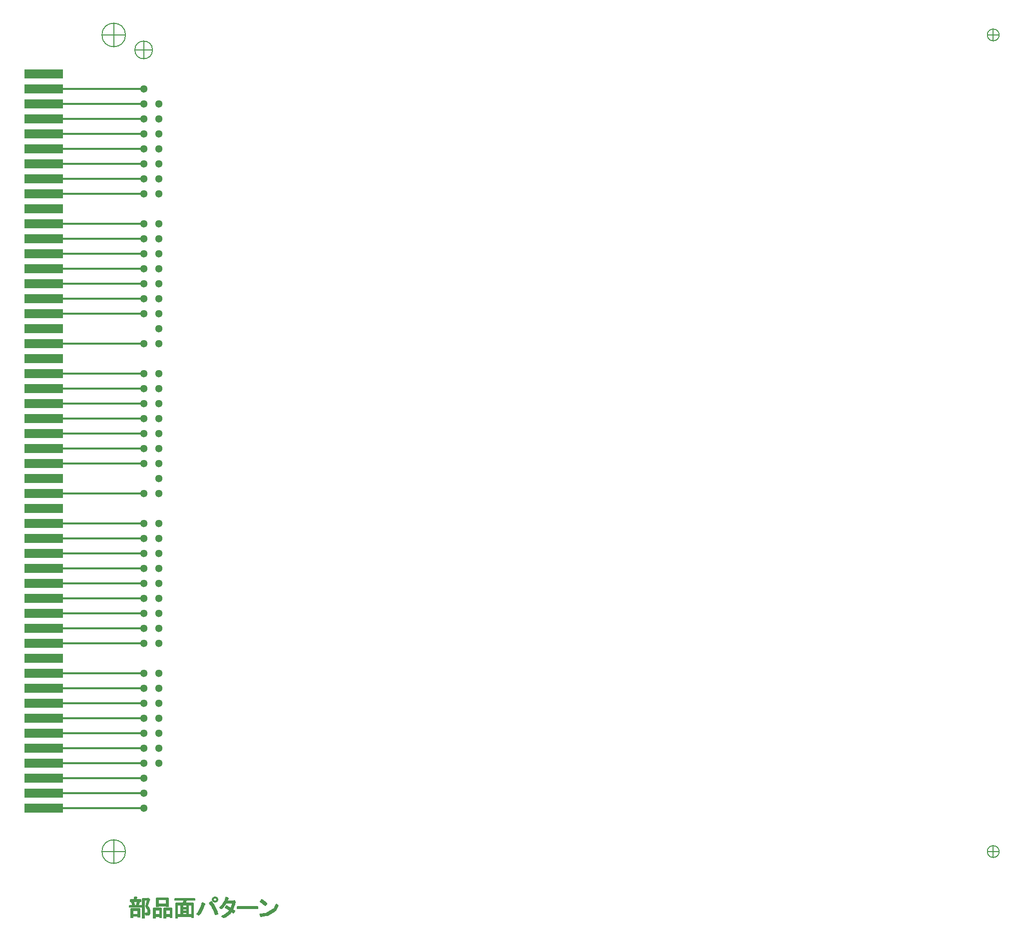
<source format=gbr>
G04 WinPCB Gerber Out *
G70*
G90*
G04 CSI RS-274X *
G04 Date: 2019/03/05 *
G04 Time: 11:11:36 *
%FSDAX66Y66*%
%MOIN*%
%IPPOS*%
%ADD10C,0.005906*%
%ADD11C,0.007874*%
%ADD12C,0.011811*%
%ADD13R,0.061024X0.061024*%
%ADD14C,0.051181*%
%C:\Users\user_EDA1\Documents\PC-98_C-BUS_Board\6.vgîÂ\01\1-1iÊzüw-L1.gbr*%
G01X000000000000Y000000000000D02*
G54D10*
X000000811850Y-000000210551D02*
X000000821653D01*
D02*
X000000825905D01*
D02*
X000000829330Y-000000203464D01*
D02*
X000000828503Y-000000196378D01*
D02*
X000000827204Y-000000187755D01*
D02*
X000000819527Y-000000172755D01*
D02*
X000000813031Y-000000166259D01*
D02*
X000000824133Y-000000125039D01*
D02*
X000000803818D01*
D02*
Y-000000244330D01*
D02*
X000000791535D01*
D02*
Y-000000113346D01*
D02*
X000000827795D01*
D02*
X000000829094Y-000000111574D01*
D02*
X000000840196Y-000000120787D01*
D02*
X000000837716Y-000000122559D01*
D02*
X000000824133Y-000000163779D01*
D02*
X000000833346Y-000000173937D01*
D02*
X000000842204Y-000000192126D01*
D02*
X000000841968Y-000000200039D01*
D02*
X000000841614Y-000000212086D01*
D02*
X000000833346Y-000000224015D01*
D02*
X000000825433D01*
D02*
X000000814330D01*
D02*
X000000811850Y-000000210551D01*
X000000773700Y-000000181614D02*
Y-000000237598D01*
D02*
X000000761417D01*
D02*
Y-000000230866D01*
D02*
X000000727637D01*
D02*
Y-000000240669D01*
D02*
X000000715354D01*
D02*
Y-000000181614D01*
D02*
X000000773700D01*
X000000727637Y-000000219173D02*
X000000761417D01*
D02*
Y-000000193307D01*
D02*
X000000727637D01*
D02*
Y-000000219173D01*
X000000751614Y-000000102952D02*
X000000754684Y-000000103543D01*
D02*
X000000754921Y-000000106023D01*
D02*
X000000752204Y-000000107795D01*
D02*
Y-000000121378D01*
D02*
X000000781141D01*
D02*
Y-000000133070D01*
D02*
X000000772519D01*
D02*
X000000763897Y-000000158818D01*
D02*
X000000787283D01*
D02*
Y-000000170511D01*
D02*
X000000702952D01*
D02*
Y-000000158818D01*
D02*
X000000726338D01*
D02*
X000000719015Y-000000133070D01*
D02*
X000000710984D01*
D02*
Y-000000121378D01*
D02*
X000000738031D01*
D02*
Y-000000102952D01*
D02*
X000000751614D01*
X000000733189Y-000000133070D02*
X000000739330Y-000000158818D01*
D02*
X000000751023D01*
D02*
X000000758346Y-000000133070D01*
D02*
X000000733189D01*
X000000898425Y-000000162598D02*
Y-000000166850D01*
D02*
X000000886141D01*
D02*
Y-000000109685D01*
D02*
X000000964921D01*
D02*
Y-000000165669D01*
D02*
X000000952637D01*
D02*
Y-000000162598D01*
D02*
X000000898425D01*
X000000952637Y-000000150905D02*
Y-000000121378D01*
D02*
X000000898425D01*
D02*
Y-000000150905D01*
D02*
X000000952637D01*
X000000947086Y-000000232047D02*
Y-000000243149D01*
D02*
X000000934803D01*
D02*
Y-000000177952D01*
D02*
X000000988897D01*
D02*
Y-000000241259D01*
D02*
X000000976614D01*
D02*
Y-000000232047D01*
D02*
X000000947086D01*
Y-000000220354D02*
X000000976614D01*
D02*
Y-000000189645D01*
D02*
X000000947086D01*
D02*
Y-000000220354D01*
X000000876929D02*
X000000906456D01*
D02*
Y-000000189645D01*
D02*
X000000876929D01*
D02*
Y-000000220354D01*
Y-000000232047D02*
Y-000000243149D01*
D02*
X000000864645D01*
D02*
Y-000000177952D01*
D02*
X000000918740D01*
D02*
Y-000000241259D01*
D02*
X000000906456D01*
D02*
Y-000000232047D01*
D02*
X000000876929D01*
X000001120236Y-000000239488D02*
Y-000000233346D01*
D02*
X000001026102D01*
D02*
Y-000000241850D01*
D02*
X000001013818D01*
D02*
Y-000000144763D01*
D02*
X000001064252D01*
D02*
X000001069212Y-000000124448D01*
D02*
X000001006378D01*
D02*
Y-000000112755D01*
D02*
X000001139842D01*
D02*
Y-000000124448D01*
D02*
X000001083267D01*
D02*
X000001076535Y-000000144763D01*
D02*
X000001132519D01*
D02*
Y-000000239488D01*
D02*
X000001120236D01*
X000001047598Y-000000156456D02*
X000001026102D01*
D02*
Y-000000221653D01*
D02*
X000001047598D01*
D02*
Y-000000156456D01*
X000001086338Y-000000206181D02*
X000001059881D01*
D02*
Y-000000221653D01*
D02*
X000001086338D01*
D02*
Y-000000206181D01*
Y-000000182204D02*
X000001059881D01*
D02*
Y-000000196378D01*
D02*
X000001086338D01*
D02*
Y-000000182204D01*
X000001059881Y-000000156456D02*
Y-000000172401D01*
D02*
X000001086338D01*
D02*
Y-000000156456D01*
D02*
X000001059881D01*
X000001098622D02*
Y-000000221653D01*
D02*
X000001120236D01*
D02*
Y-000000156456D01*
D02*
X000001098622D01*
X000001276023Y-000000137322D02*
X000001272362D01*
D02*
X000001266220Y-000000134960D01*
D02*
X000001263740Y-000000132480D01*
D02*
X000001261259Y-000000130000D01*
D02*
X000001258897Y-000000123858D01*
D02*
Y-000000120078D01*
D02*
Y-000000116417D01*
D02*
X000001261259Y-000000110275D01*
D02*
X000001263740Y-000000107795D01*
D02*
X000001266220Y-000000105433D01*
D02*
X000001272362Y-000000102952D01*
D02*
X000001276023D01*
D02*
X000001279685D01*
D02*
X000001285944Y-000000105433D01*
D02*
X000001288425Y-000000107795D01*
D02*
X000001290787Y-000000110275D01*
D02*
X000001293267Y-000000116417D01*
D02*
Y-000000120078D01*
D02*
Y-000000123858D01*
D02*
X000001290787Y-000000130000D01*
D02*
X000001288425Y-000000132480D01*
D02*
X000001285944Y-000000134960D01*
D02*
X000001279685Y-000000137322D01*
D02*
X000001276023D01*
Y-000000131181D02*
X000001278503D01*
D02*
X000001282519Y-000000129645D01*
D02*
X000001284055Y-000000128110D01*
D02*
X000001285590Y-000000126574D01*
D02*
X000001287126Y-000000122559D01*
D02*
Y-000000120078D01*
D02*
Y-000000117716D01*
D02*
X000001285590Y-000000113700D01*
D02*
X000001284055Y-000000112165D01*
D02*
X000001282519Y-000000110629D01*
D02*
X000001278503Y-000000109094D01*
D02*
X000001276023D01*
D02*
X000001273543D01*
D02*
X000001269645Y-000000110629D01*
D02*
X000001268110Y-000000112165D01*
D02*
X000001266574Y-000000113700D01*
D02*
X000001265039Y-000000117716D01*
D02*
Y-000000120078D01*
D02*
Y-000000122559D01*
D02*
X000001266574Y-000000126574D01*
D02*
X000001268110Y-000000128110D01*
D02*
X000001269645Y-000000129645D01*
D02*
X000001273543Y-000000131181D01*
D02*
X000001276023D01*
X000001251456Y-000000134252D02*
X000001266811Y-000000153622D01*
D02*
X000001288661Y-000000194606D01*
D02*
X000001295157Y-000000216102D01*
D02*
X000001278503Y-000000221653D01*
D02*
X000001270826Y-000000197322D01*
D02*
X000001250866Y-000000158582D01*
D02*
X000001238582Y-000000144173D01*
D02*
X000001251456Y-000000134252D01*
X000001204685Y-000000148425D02*
X000001207165Y-000000149960D01*
D02*
X000001206574Y-000000152795D01*
D02*
X000001203503Y-000000153976D01*
D02*
X000001197952Y-000000173346D01*
D02*
X000001180118Y-000000208779D01*
D02*
X000001167834Y-000000224724D01*
D02*
X000001153661Y-000000215511D01*
D02*
X000001167126Y-000000199212D01*
D02*
X000001185315Y-000000162362D01*
D02*
X000001189921Y-000000141692D01*
D02*
X000001204685Y-000000148425D01*
X000001361299Y-000000115826D02*
X000001360000Y-000000119488D01*
D02*
X000001356929Y-000000126574D01*
D02*
X000001355157Y-000000130000D01*
D02*
X000001396378D01*
D02*
X000001403110Y-000000127519D01*
D02*
X000001411141Y-000000135551D01*
D02*
X000001412322Y-000000137086D01*
D02*
X000001411023Y-000000139566D01*
D02*
X000001408661Y-000000140393D01*
D02*
X000001406181Y-000000152795D01*
D02*
X000001398740Y-000000175236D01*
D02*
X000001393897Y-000000185275D01*
D02*
X000001408661Y-000000195196D01*
D02*
X000001399448Y-000000208661D01*
D02*
X000001385866Y-000000198858D01*
D02*
X000001376889Y-000000211850D01*
D02*
X000001351378Y-000000232992D01*
D02*
X000001334842Y-000000241259D01*
D02*
X000001320669Y-000000230866D01*
D02*
X000001339094Y-000000223189D01*
D02*
X000001365551Y-000000202874D01*
D02*
X000001373582Y-000000190236D01*
D02*
X000001365905Y-000000185393D01*
D02*
X000001350787Y-000000176417D01*
D02*
X000001343464Y-000000172401D01*
D02*
X000001350787Y-000000161299D01*
D02*
X000001360354Y-000000165669D01*
D02*
X000001376063Y-000000173700D01*
D02*
X000001382204Y-000000177362D01*
D02*
X000001386811Y-000000167795D01*
D02*
X000001392362Y-000000150905D01*
D02*
X000001393307Y-000000143464D01*
D02*
X000001348307D01*
D02*
X000001342519Y-000000153976D01*
D02*
X000001328110Y-000000172992D01*
D02*
X000001319488Y-000000181614D01*
D02*
X000001307795Y-000000173582D01*
D02*
X000001323385Y-000000157283D01*
D02*
X000001344055Y-000000122913D01*
D02*
X000001349015Y-000000104724D01*
D02*
X000001363779Y-000000110866D01*
D02*
X000001366141Y-000000112165D01*
D02*
X000001364960Y-000000114645D01*
D02*
X000001361299Y-000000115826D01*
X000001425551Y-000000166259D02*
X000001562677D01*
D02*
Y-000000179842D01*
D02*
X000001425551D01*
D02*
Y-000000166259D01*
X000001696496Y-000000158818D02*
X000001680196Y-000000192716D01*
D02*
X000001625393Y-000000228385D01*
D02*
X000001587007Y-000000230157D01*
D02*
X000001585472Y-000000234173D01*
D02*
X000001582401Y-000000234763D01*
D02*
X000001580866Y-000000231456D01*
D02*
X000001575905Y-000000215511D01*
D02*
X000001615826Y-000000214566D01*
D02*
X000001669684Y-000000181614D01*
D02*
X000001683503Y-000000149606D01*
D02*
X000001696496Y-000000158818D01*
X000001609685D02*
X000001601417Y-000000151141D01*
D02*
X000001585708Y-000000138622D01*
D02*
X000001578385Y-000000133661D01*
D02*
X000001588779Y-000000120787D01*
D02*
X000001595275Y-000000124803D01*
D02*
X000001611574Y-000000138031D01*
D02*
X000001621378Y-000000147244D01*
D02*
X000001609685Y-000000158818D01*
X000000791535Y-000000244330D02*
X000000803818D01*
X000000791535Y-000000242559D02*
X000000803818D01*
X000000864645D02*
X000000876929D01*
X000000934803D02*
X000000947086D01*
X000000791535Y-000000240787D02*
X000000803818D01*
X000000864645D02*
X000000876929D01*
X000000906456D02*
X000000918740D01*
X000000934803D02*
X000000947086D01*
X000000976614D02*
X000000988897D01*
X000001013818D02*
X000001026102D01*
X000001334198D02*
X000001335787D01*
X000000715354Y-000000239015D02*
X000000727637D01*
X000000791535D02*
X000000803818D01*
X000000864645D02*
X000000876929D01*
X000000906456D02*
X000000918740D01*
X000000934803D02*
X000000947086D01*
X000000976614D02*
X000000988897D01*
X000001013818D02*
X000001026102D01*
X000001120236D02*
X000001132519D01*
X000001331782D02*
X000001339330D01*
X000000715354Y-000000237244D02*
X000000727637D01*
X000000761417D02*
X000000773700D01*
X000000791535D02*
X000000803818D01*
X000000864645D02*
X000000876929D01*
X000000906456D02*
X000000918740D01*
X000000934803D02*
X000000947086D01*
X000000976614D02*
X000000988897D01*
X000001013818D02*
X000001026102D01*
X000001120236D02*
X000001132519D01*
X000001329366D02*
X000001342874D01*
X000000715354Y-000000235472D02*
X000000727637D01*
X000000761417D02*
X000000773700D01*
X000000791535D02*
X000000803818D01*
X000000864645D02*
X000000876929D01*
X000000906456D02*
X000000918740D01*
X000000934803D02*
X000000947086D01*
X000000976614D02*
X000000988897D01*
X000001013818D02*
X000001026102D01*
X000001120236D02*
X000001132519D01*
X000001326950D02*
X000001346417D01*
X000000715354Y-000000233700D02*
X000000727637D01*
X000000761417D02*
X000000773700D01*
X000000791535D02*
X000000803818D01*
X000000864645D02*
X000000876929D01*
X000000906456D02*
X000000918740D01*
X000000934803D02*
X000000947086D01*
X000000976614D02*
X000000988897D01*
X000001013818D02*
X000001026102D01*
X000001120236D02*
X000001132519D01*
X000001324534D02*
X000001349960D01*
X000001581908D02*
X000001585652D01*
X000000715354Y-000000231929D02*
X000000727637D01*
X000000761417D02*
X000000773700D01*
X000000791535D02*
X000000803818D01*
X000000864645D02*
X000000918740D01*
X000000934803D02*
X000000988897D01*
X000001013818D02*
X000001132519D01*
X000001322118D02*
X000001352660D01*
X000001581085D02*
X000001586330D01*
X000000715354Y-000000230157D02*
X000000773700D01*
X000000791535D02*
X000000803818D01*
X000000864645D02*
X000000918740D01*
X000000934803D02*
X000000988897D01*
X000001013818D02*
X000001132519D01*
X000001322370D02*
X000001354798D01*
X000001580461D02*
X000001587007D01*
X000000715354Y-000000228385D02*
X000000773700D01*
X000000791535D02*
X000000803818D01*
X000000864645D02*
X000000918740D01*
X000000934803D02*
X000000988897D01*
X000001013818D02*
X000001132519D01*
X000001326622D02*
X000001356936D01*
X000001579910D02*
X000001625393D01*
X000000715354Y-000000226614D02*
X000000773700D01*
X000000791535D02*
X000000803818D01*
X000000864645D02*
X000000918740D01*
X000000934803D02*
X000000988897D01*
X000001013818D02*
X000001132519D01*
X000001330874D02*
X000001359074D01*
X000001579359D02*
X000001628115D01*
X000000715354Y-000000224842D02*
X000000773700D01*
X000000791535D02*
X000000803818D01*
X000000864645D02*
X000000918740D01*
X000000934803D02*
X000000988897D01*
X000001013818D02*
X000001132519D01*
X000001335126D02*
X000001361212D01*
X000001578808D02*
X000001630837D01*
X000000715354Y-000000223070D02*
X000000773700D01*
X000000791535D02*
X000000803818D01*
X000000814156D02*
X000000834001D01*
X000000864645D02*
X000000918740D01*
X000000934803D02*
X000000988897D01*
X000001013818D02*
X000001132519D01*
X000001165290D02*
X000001169108D01*
X000001339248D02*
X000001363349D01*
X000001578257D02*
X000001633559D01*
X000000715354Y-000000221299D02*
X000000773700D01*
X000000791535D02*
X000000803818D01*
X000000813830D02*
X000000835229D01*
X000000864645D02*
X000000918740D01*
X000000934803D02*
X000000988897D01*
X000001013818D02*
X000001026102D01*
X000001047598D02*
X000001059881D01*
X000001086338D02*
X000001098622D01*
X000001120236D02*
X000001132519D01*
X000001162565D02*
X000001170472D01*
X000001341555D02*
X000001365487D01*
X000001577705D02*
X000001636281D01*
X000000715354Y-000000219527D02*
X000000773700D01*
X000000791535D02*
X000000803818D01*
X000000813503D02*
X000000836456D01*
X000000864645D02*
X000000876929D01*
X000000906456D02*
X000000918740D01*
X000000934803D02*
X000000947086D01*
X000000976614D02*
X000000988897D01*
X000001013818D02*
X000001026102D01*
X000001047598D02*
X000001059881D01*
X000001086338D02*
X000001098622D01*
X000001120236D02*
X000001132519D01*
X000001159839D02*
X000001171838D01*
X000001277832D02*
X000001284881D01*
X000001343862D02*
X000001367625D01*
X000001577154D02*
X000001639003D01*
X000000715354Y-000000217755D02*
X000000727637D01*
X000000761417D02*
X000000773700D01*
X000000791535D02*
X000000803818D01*
X000000813177D02*
X000000837684D01*
X000000864645D02*
X000000876929D01*
X000000906456D02*
X000000918740D01*
X000000934803D02*
X000000947086D01*
X000000976614D02*
X000000988897D01*
X000001013818D02*
X000001026102D01*
X000001047598D02*
X000001059881D01*
X000001086338D02*
X000001098622D01*
X000001120236D02*
X000001132519D01*
X000001157113D02*
X000001173203D01*
X000001277273D02*
X000001290196D01*
X000001346169D02*
X000001369763D01*
X000001576603D02*
X000001641726D01*
X000000715354Y-000000215984D02*
X000000727637D01*
X000000761417D02*
X000000773700D01*
X000000791535D02*
X000000803818D01*
X000000812851D02*
X000000838913D01*
X000000864645D02*
X000000876929D01*
X000000906456D02*
X000000918740D01*
X000000934803D02*
X000000947086D01*
X000000976614D02*
X000000988897D01*
X000001013818D02*
X000001026102D01*
X000001047598D02*
X000001059881D01*
X000001086338D02*
X000001098622D01*
X000001120236D02*
X000001132519D01*
X000001154388D02*
X000001174567D01*
X000001276714D02*
X000001295121D01*
X000001348477D02*
X000001371901D01*
X000001576052D02*
X000001644447D01*
X000000715354Y-000000214212D02*
X000000727637D01*
X000000761417D02*
X000000773700D01*
X000000791535D02*
X000000803818D01*
X000000812524D02*
X000000840140D01*
X000000864645D02*
X000000876929D01*
X000000906456D02*
X000000918740D01*
X000000934803D02*
X000000947086D01*
X000000976614D02*
X000000988897D01*
X000001013818D02*
X000001026102D01*
X000001047598D02*
X000001059881D01*
X000001086338D02*
X000001098622D01*
X000001120236D02*
X000001132519D01*
X000001154734D02*
X000001175932D01*
X000001276155D02*
X000001294586D01*
X000001350784D02*
X000001374039D01*
X000001616405D02*
X000001647169D01*
X000000715354Y-000000212440D02*
X000000727637D01*
X000000761417D02*
X000000773700D01*
X000000791535D02*
X000000803818D01*
X000000812198D02*
X000000841368D01*
X000000864645D02*
X000000876929D01*
X000000906456D02*
X000000918740D01*
X000000934803D02*
X000000947086D01*
X000000976614D02*
X000000988897D01*
X000001013818D02*
X000001026102D01*
X000001047598D02*
X000001059881D01*
X000001086338D02*
X000001098622D01*
X000001120236D02*
X000001132519D01*
X000001156198D02*
X000001177297D01*
X000001275597D02*
X000001294050D01*
X000001353091D02*
X000001376176D01*
X000001619301D02*
X000001649891D01*
X000000715354Y-000000210669D02*
X000000727637D01*
X000000761417D02*
X000000773700D01*
X000000791535D02*
X000000803818D01*
X000000811871D02*
X000000841655D01*
X000000864645D02*
X000000876929D01*
X000000906456D02*
X000000918740D01*
X000000934803D02*
X000000947086D01*
X000000976614D02*
X000000988897D01*
X000001013818D02*
X000001026102D01*
X000001047598D02*
X000001059881D01*
X000001086338D02*
X000001098622D01*
X000001120236D02*
X000001132519D01*
X000001157661D02*
X000001178662D01*
X000001275037D02*
X000001293515D01*
X000001355399D02*
X000001377705D01*
X000001622196D02*
X000001652613D01*
X000000715354Y-000000208897D02*
X000000727637D01*
X000000761417D02*
X000000773700D01*
X000000791535D02*
X000000803818D01*
X000000826704D02*
X000000841707D01*
X000000864645D02*
X000000876929D01*
X000000906456D02*
X000000918740D01*
X000000934803D02*
X000000947086D01*
X000000976614D02*
X000000988897D01*
X000001013818D02*
X000001026102D01*
X000001047598D02*
X000001059881D01*
X000001086338D02*
X000001098622D01*
X000001120236D02*
X000001132519D01*
X000001159125D02*
X000001180026D01*
X000001274478D02*
X000001292980D01*
X000001357706D02*
X000001378929D01*
X000001625092D02*
X000001655335D01*
X000000715354Y-000000207126D02*
X000000727637D01*
X000000761417D02*
X000000773700D01*
X000000791535D02*
X000000803818D01*
X000000827561D02*
X000000841760D01*
X000000864645D02*
X000000876929D01*
X000000906456D02*
X000000918740D01*
X000000934803D02*
X000000947086D01*
X000000976614D02*
X000000988897D01*
X000001013818D02*
X000001026102D01*
X000001047598D02*
X000001059881D01*
X000001086338D02*
X000001098622D01*
X000001120236D02*
X000001132519D01*
X000001160588D02*
X000001180950D01*
X000001273920D02*
X000001292444D01*
X000001360013D02*
X000001380153D01*
X000001397321D02*
X000001400499D01*
X000001627988D02*
X000001658057D01*
X000000715354Y-000000205354D02*
X000000727637D01*
X000000761417D02*
X000000773700D01*
X000000791535D02*
X000000803818D01*
X000000828417D02*
X000000841812D01*
X000000864645D02*
X000000876929D01*
X000000906456D02*
X000000918740D01*
X000000934803D02*
X000000947086D01*
X000000976614D02*
X000000988897D01*
X000001013818D02*
X000001026102D01*
X000001047598D02*
X000001098622D01*
X000001120236D02*
X000001132519D01*
X000001162052D02*
X000001181841D01*
X000001273361D02*
X000001291909D01*
X000001362320D02*
X000001381378D01*
X000001394866D02*
X000001401711D01*
X000001630883D02*
X000001660779D01*
X000000715354Y-000000203582D02*
X000000727637D01*
X000000761417D02*
X000000773700D01*
X000000791535D02*
X000000803818D01*
X000000829273D02*
X000000841864D01*
X000000864645D02*
X000000876929D01*
X000000906456D02*
X000000918740D01*
X000000934803D02*
X000000947086D01*
X000000976614D02*
X000000988897D01*
X000001013818D02*
X000001026102D01*
X000001047598D02*
X000001098622D01*
X000001120236D02*
X000001132519D01*
X000001163515D02*
X000001182733D01*
X000001272802D02*
X000001291374D01*
X000001364628D02*
X000001382601D01*
X000001392411D02*
X000001402923D01*
X000001633779D02*
X000001663502D01*
X000000715354Y-000000201811D02*
X000000727637D01*
X000000761417D02*
X000000773700D01*
X000000791535D02*
X000000803818D01*
X000000829137D02*
X000000841916D01*
X000000864645D02*
X000000876929D01*
X000000906456D02*
X000000918740D01*
X000000934803D02*
X000000947086D01*
X000000976614D02*
X000000988897D01*
X000001013818D02*
X000001026102D01*
X000001047598D02*
X000001098622D01*
X000001120236D02*
X000001132519D01*
X000001164979D02*
X000001183625D01*
X000001272242D02*
X000001290838D01*
X000001366226D02*
X000001383826D01*
X000001389957D02*
X000001404135D01*
X000001636675D02*
X000001666224D01*
X000000715354Y-000000200039D02*
X000000727637D01*
X000000761417D02*
X000000773700D01*
X000000791535D02*
X000000803818D01*
X000000828930D02*
X000000841968D01*
X000000864645D02*
X000000876929D01*
X000000906456D02*
X000000918740D01*
X000000934803D02*
X000000947086D01*
X000000976614D02*
X000000988897D01*
X000001013818D02*
X000001026102D01*
X000001047598D02*
X000001098622D01*
X000001120236D02*
X000001132519D01*
X000001166442D02*
X000001184516D01*
X000001271683D02*
X000001290303D01*
X000001367352D02*
X000001385050D01*
X000001387502D02*
X000001405348D01*
X000001639570D02*
X000001668945D01*
X000000715354Y-000000198267D02*
X000000727637D01*
X000000761417D02*
X000000773700D01*
X000000791535D02*
X000000803818D01*
X000000828724D02*
X000000842021D01*
X000000864645D02*
X000000876929D01*
X000000906456D02*
X000000918740D01*
X000000934803D02*
X000000947086D01*
X000000976614D02*
X000000988897D01*
X000001013818D02*
X000001026102D01*
X000001047598D02*
X000001098622D01*
X000001120236D02*
X000001132519D01*
X000001167592D02*
X000001185408D01*
X000001271124D02*
X000001289767D01*
X000001368478D02*
X000001406559D01*
X000001642466D02*
X000001671667D01*
X000000715354Y-000000196496D02*
X000000727637D01*
X000000761417D02*
X000000773700D01*
X000000791535D02*
X000000803818D01*
X000000828517D02*
X000000842074D01*
X000000864645D02*
X000000876929D01*
X000000906456D02*
X000000918740D01*
X000000934803D02*
X000000947086D01*
X000000976614D02*
X000000988897D01*
X000001013818D02*
X000001026102D01*
X000001047598D02*
X000001098622D01*
X000001120236D02*
X000001132519D01*
X000001168466D02*
X000001186300D01*
X000001270400D02*
X000001289232D01*
X000001369604D02*
X000001407772D01*
X000001645361D02*
X000001674389D01*
X000000715354Y-000000194724D02*
X000000727637D01*
X000000761417D02*
X000000773700D01*
X000000791535D02*
X000000803818D01*
X000000828254D02*
X000000842127D01*
X000000864645D02*
X000000876929D01*
X000000906456D02*
X000000918740D01*
X000000934803D02*
X000000947086D01*
X000000976614D02*
X000000988897D01*
X000001013818D02*
X000001026102D01*
X000001047598D02*
X000001059881D01*
X000001086338D02*
X000001098622D01*
X000001120236D02*
X000001132519D01*
X000001169341D02*
X000001187192D01*
X000001269487D02*
X000001288697D01*
X000001370730D02*
X000001407958D01*
X000001648257D02*
X000001677111D01*
X000000715354Y-000000192952D02*
X000000773700D01*
X000000791535D02*
X000000803818D01*
X000000827987D02*
X000000842179D01*
X000000864645D02*
X000000876929D01*
X000000906456D02*
X000000918740D01*
X000000934803D02*
X000000947086D01*
X000000976614D02*
X000000988897D01*
X000001013818D02*
X000001026102D01*
X000001047598D02*
X000001059881D01*
X000001086338D02*
X000001098622D01*
X000001120236D02*
X000001132519D01*
X000001170215D02*
X000001188083D01*
X000001268574D02*
X000001287779D01*
X000001371855D02*
X000001405321D01*
X000001651152D02*
X000001679833D01*
X000000715354Y-000000191181D02*
X000000773700D01*
X000000791535D02*
X000000803818D01*
X000000827720D02*
X000000841744D01*
X000000864645D02*
X000000876929D01*
X000000906456D02*
X000000918740D01*
X000000934803D02*
X000000947086D01*
X000000976614D02*
X000000988897D01*
X000001013818D02*
X000001026102D01*
X000001047598D02*
X000001059881D01*
X000001086338D02*
X000001098622D01*
X000001120236D02*
X000001132519D01*
X000001171090D02*
X000001188976D01*
X000001267662D02*
X000001286835D01*
X000001372981D02*
X000001402685D01*
X000001654048D02*
X000001680934D01*
X000000715354Y-000000189409D02*
X000000773700D01*
X000000791535D02*
X000000803818D01*
X000000827453D02*
X000000840881D01*
X000000864645D02*
X000000918740D01*
X000000934803D02*
X000000988897D01*
X000001013818D02*
X000001026102D01*
X000001047598D02*
X000001059881D01*
X000001086338D02*
X000001098622D01*
X000001120236D02*
X000001132519D01*
X000001171964D02*
X000001189867D01*
X000001266749D02*
X000001285890D01*
X000001372271D02*
X000001400049D01*
X000001656944D02*
X000001681787D01*
X000000715354Y-000000187637D02*
X000000773700D01*
X000000791535D02*
X000000803818D01*
X000000827144D02*
X000000840018D01*
X000000864645D02*
X000000918740D01*
X000000934803D02*
X000000988897D01*
X000001013818D02*
X000001026102D01*
X000001047598D02*
X000001059881D01*
X000001086338D02*
X000001098622D01*
X000001120236D02*
X000001132519D01*
X000001172839D02*
X000001190759D01*
X000001265836D02*
X000001284946D01*
X000001369462D02*
X000001397412D01*
X000001659840D02*
X000001682638D01*
X000000715354Y-000000185866D02*
X000000773700D01*
X000000791535D02*
X000000803818D01*
X000000826237D02*
X000000839155D01*
X000000864645D02*
X000000918740D01*
X000000934803D02*
X000000988897D01*
X000001013818D02*
X000001026102D01*
X000001047598D02*
X000001059881D01*
X000001086338D02*
X000001098622D01*
X000001120236D02*
X000001132519D01*
X000001173713D02*
X000001191651D01*
X000001264923D02*
X000001284001D01*
X000001366654D02*
X000001394776D01*
X000001662735D02*
X000001683490D01*
X000000715354Y-000000184094D02*
X000000773700D01*
X000000791535D02*
X000000803818D01*
X000000825330D02*
X000000838292D01*
X000000864645D02*
X000000918740D01*
X000000934803D02*
X000000988897D01*
X000001013818D02*
X000001026102D01*
X000001047598D02*
X000001059881D01*
X000001086338D02*
X000001098622D01*
X000001120236D02*
X000001132519D01*
X000001174587D02*
X000001192542D01*
X000001264010D02*
X000001283057D01*
X000001363717D02*
X000001394467D01*
X000001665631D02*
X000001684342D01*
X000000715354Y-000000182322D02*
X000000773700D01*
X000000791535D02*
X000000803818D01*
X000000824423D02*
X000000837430D01*
X000000864645D02*
X000000918740D01*
X000000934803D02*
X000000988897D01*
X000001013818D02*
X000001026102D01*
X000001047598D02*
X000001059881D01*
X000001086338D02*
X000001098622D01*
X000001120236D02*
X000001132519D01*
X000001175462D02*
X000001193434D01*
X000001263098D02*
X000001282112D01*
X000001360733D02*
X000001395322D01*
X000001668526D02*
X000001685194D01*
X000000791535Y-000000180551D02*
X000000803818D01*
X000000823517D02*
X000000836567D01*
X000000864645D02*
X000000918740D01*
X000000934803D02*
X000000988897D01*
X000001013818D02*
X000001026102D01*
X000001047598D02*
X000001098622D01*
X000001120236D02*
X000001132519D01*
X000001176337D02*
X000001194326D01*
X000001262185D02*
X000001281167D01*
X000001317940D02*
X000001320551D01*
X000001357749D02*
X000001396176D01*
X000001670144D02*
X000001686046D01*
X000000791535Y-000000178779D02*
X000000803818D01*
X000000822610D02*
X000000835704D01*
X000000864645D02*
X000000918740D01*
X000000934803D02*
X000000988897D01*
X000001013818D02*
X000001026102D01*
X000001047598D02*
X000001098622D01*
X000001120236D02*
X000001132519D01*
X000001177211D02*
X000001195218D01*
X000001261272D02*
X000001280223D01*
X000001315361D02*
X000001322322D01*
X000001354765D02*
X000001397030D01*
X000001425551D02*
X000001562677D01*
X000001670908D02*
X000001686898D01*
X000000791535Y-000000177007D02*
X000000803818D01*
X000000821703D02*
X000000834841D01*
X000001013818D02*
X000001026102D01*
X000001047598D02*
X000001098622D01*
X000001120236D02*
X000001132519D01*
X000001178085D02*
X000001196109D01*
X000001260359D02*
X000001279278D01*
X000001312781D02*
X000001324094D01*
X000001351781D02*
X000001381610D01*
X000001382375D02*
X000001397885D01*
X000001425551D02*
X000001562677D01*
X000001671673D02*
X000001687750D01*
X000000791535Y-000000175236D02*
X000000803818D01*
X000000820796D02*
X000000833979D01*
X000001013818D02*
X000001026102D01*
X000001047598D02*
X000001098622D01*
X000001120236D02*
X000001132519D01*
X000001178960D02*
X000001197001D01*
X000001259446D02*
X000001278334D01*
X000001310202D02*
X000001325866D01*
X000001348633D02*
X000001378638D01*
X000001383228D02*
X000001398740D01*
X000001425551D02*
X000001562677D01*
X000001672438D02*
X000001688601D01*
X000000791535Y-000000173464D02*
X000000803818D01*
X000000819890D02*
X000000832917D01*
X000001013818D02*
X000001026102D01*
X000001047598D02*
X000001098622D01*
X000001120236D02*
X000001132519D01*
X000001179835D02*
X000001197893D01*
X000001258533D02*
X000001277389D01*
X000001307908D02*
X000001327637D01*
X000001345402D02*
X000001375600D01*
X000001384081D02*
X000001399327D01*
X000001425551D02*
X000001562677D01*
X000001673203D02*
X000001689453D01*
X000000791535Y-000000171692D02*
X000000803818D01*
X000000818464D02*
X000000831311D01*
X000001013818D02*
X000001026102D01*
X000001047598D02*
X000001059881D01*
X000001086338D02*
X000001098622D01*
X000001120236D02*
X000001132519D01*
X000001180709D02*
X000001198426D01*
X000001257621D02*
X000001276445D01*
X000001309602D02*
X000001329094D01*
X000001343931D02*
X000001372135D01*
X000001384934D02*
X000001399915D01*
X000001425551D02*
X000001562677D01*
X000001673968D02*
X000001690305D01*
X000000702952Y-000000169921D02*
X000000787283D01*
X000000791535D02*
X000000803818D01*
X000000816692D02*
X000000829703D01*
X000001013818D02*
X000001026102D01*
X000001047598D02*
X000001059881D01*
X000001086338D02*
X000001098622D01*
X000001120236D02*
X000001132519D01*
X000001181583D02*
X000001198934D01*
X000001256708D02*
X000001275500D01*
X000001311297D02*
X000001330436D01*
X000001345100D02*
X000001368670D01*
X000001385787D02*
X000001400502D01*
X000001425551D02*
X000001562677D01*
X000001674733D02*
X000001691157D01*
X000000702952Y-000000168149D02*
X000000787283D01*
X000000791535D02*
X000000803818D01*
X000000814921D02*
X000000828097D01*
X000001013818D02*
X000001026102D01*
X000001047598D02*
X000001059881D01*
X000001086338D02*
X000001098622D01*
X000001120236D02*
X000001132519D01*
X000001182458D02*
X000001199442D01*
X000001255794D02*
X000001274555D01*
X000001312992D02*
X000001331779D01*
X000001346268D02*
X000001365205D01*
X000001386640D02*
X000001401089D01*
X000001425551D02*
X000001562677D01*
X000001675498D02*
X000001692009D01*
X000000702952Y-000000166378D02*
X000000787283D01*
X000000791535D02*
X000000803818D01*
X000000813149D02*
X000000826490D01*
X000000886141D02*
X000000898425D01*
X000001013818D02*
X000001026102D01*
X000001047598D02*
X000001059881D01*
X000001086338D02*
X000001098622D01*
X000001120236D02*
X000001132519D01*
X000001183332D02*
X000001199950D01*
X000001254882D02*
X000001273611D01*
X000001314686D02*
X000001333122D01*
X000001347437D02*
X000001361740D01*
X000001387276D02*
X000001401677D01*
X000001425551D02*
X000001562677D01*
X000001676262D02*
X000001692861D01*
X000000702952Y-000000164606D02*
X000000787283D01*
X000000791535D02*
X000000803818D01*
X000000813476D02*
X000000824883D01*
X000000886141D02*
X000000898425D01*
X000000952637D02*
X000000964921D01*
X000001013818D02*
X000001026102D01*
X000001047598D02*
X000001059881D01*
X000001086338D02*
X000001098622D01*
X000001120236D02*
X000001132519D01*
X000001184207D02*
X000001200457D01*
X000001253969D02*
X000001272667D01*
X000001316381D02*
X000001334464D01*
X000001348605D02*
X000001358026D01*
X000001387859D02*
X000001402265D01*
X000001677028D02*
X000001693713D01*
X000000702952Y-000000162834D02*
X000000787283D01*
X000000791535D02*
X000000803818D01*
X000000813953D02*
X000000824445D01*
X000000886141D02*
X000000898425D01*
X000000952637D02*
X000000964921D01*
X000001013818D02*
X000001026102D01*
X000001047598D02*
X000001059881D01*
X000001086338D02*
X000001098622D01*
X000001120236D02*
X000001132519D01*
X000001185081D02*
X000001200965D01*
X000001253056D02*
X000001271722D01*
X000001318076D02*
X000001335806D01*
X000001349774D02*
X000001354148D01*
X000001388441D02*
X000001402852D01*
X000001677792D02*
X000001694565D01*
X000000702952Y-000000161062D02*
X000000787283D01*
X000000791535D02*
X000000803818D01*
X000000814431D02*
X000000825028D01*
X000000886141D02*
X000000964921D01*
X000001013818D02*
X000001026102D01*
X000001047598D02*
X000001059881D01*
X000001086338D02*
X000001098622D01*
X000001120236D02*
X000001132519D01*
X000001185604D02*
X000001201472D01*
X000001252143D02*
X000001270778D01*
X000001319770D02*
X000001337149D01*
X000001389023D02*
X000001403439D01*
X000001678557D02*
X000001695416D01*
X000000702952Y-000000159291D02*
X000000787283D01*
X000000791535D02*
X000000803818D01*
X000000814908D02*
X000000825612D01*
X000000886141D02*
X000000964921D01*
X000001013818D02*
X000001026102D01*
X000001047598D02*
X000001059881D01*
X000001086338D02*
X000001098622D01*
X000001120236D02*
X000001132519D01*
X000001185999D02*
X000001201980D01*
X000001251231D02*
X000001269833D01*
X000001321465D02*
X000001338492D01*
X000001389605D02*
X000001404027D01*
X000001679322D02*
X000001696268D01*
X000000725968Y-000000157519D02*
X000000739020D01*
X000000751393D02*
X000000764332D01*
X000000791535D02*
X000000803818D01*
X000000815385D02*
X000000826196D01*
X000000886141D02*
X000000964921D01*
X000001013818D02*
X000001026102D01*
X000001047598D02*
X000001059881D01*
X000001086338D02*
X000001098622D01*
X000001120236D02*
X000001132519D01*
X000001186394D02*
X000001202488D01*
X000001249959D02*
X000001268889D01*
X000001323159D02*
X000001339834D01*
X000001390188D02*
X000001404614D01*
X000001608285D02*
X000001610997D01*
X000001680087D02*
X000001694663D01*
X000000725465Y-000000155748D02*
X000000738598D01*
X000000751896D02*
X000000764925D01*
X000000791535D02*
X000000803818D01*
X000000815863D02*
X000000826779D01*
X000000886141D02*
X000000964921D01*
X000001013818D02*
X000001132519D01*
X000001186789D02*
X000001202996D01*
X000001248449D02*
X000001267944D01*
X000001324309D02*
X000001341177D01*
X000001390770D02*
X000001405201D01*
X000001606377D02*
X000001612787D01*
X000001680852D02*
X000001692165D01*
X000000724961Y-000000153976D02*
X000000738175D01*
X000000752400D02*
X000000765518D01*
X000000791535D02*
X000000803818D01*
X000000816339D02*
X000000827364D01*
X000000886141D02*
X000000964921D01*
X000001013818D02*
X000001132519D01*
X000001187183D02*
X000001203503D01*
X000001246939D02*
X000001266999D01*
X000001325374D02*
X000001342519D01*
X000001391352D02*
X000001405789D01*
X000001604470D02*
X000001614576D01*
X000001681616D02*
X000001689666D01*
X000000724457Y-000000152204D02*
X000000737752D01*
X000000752904D02*
X000000766112D01*
X000000791535D02*
X000000803818D01*
X000000816816D02*
X000000827947D01*
X000000886141D02*
X000000964921D01*
X000001013818D02*
X000001132519D01*
X000001187578D02*
X000001206697D01*
X000001245429D02*
X000001265687D01*
X000001326439D02*
X000001343495D01*
X000001391935D02*
X000001406299D01*
X000001602562D02*
X000001616366D01*
X000001682381D02*
X000001687168D01*
X000000723953Y-000000150433D02*
X000000737330D01*
X000000753408D02*
X000000766705D01*
X000000791535D02*
X000000803818D01*
X000000817294D02*
X000000828531D01*
X000000886141D02*
X000000898425D01*
X000000952637D02*
X000000964921D01*
X000001013818D02*
X000001132519D01*
X000001187973D02*
X000001207066D01*
X000001243918D02*
X000001264283D01*
X000001327505D02*
X000001344470D01*
X000001392422D02*
X000001406653D01*
X000001600528D02*
X000001618156D01*
X000001683146D02*
X000001684669D01*
X000000723449Y-000000148661D02*
X000000736907D01*
X000000753912D02*
X000000767299D01*
X000000791535D02*
X000000803818D01*
X000000817771D02*
X000000829115D01*
X000000886141D02*
X000000898425D01*
X000000952637D02*
X000000964921D01*
X000001013818D02*
X000001132519D01*
X000001188368D02*
X000001205066D01*
X000001242408D02*
X000001262878D01*
X000001328570D02*
X000001345445D01*
X000001392647D02*
X000001407007D01*
X000001598305D02*
X000001619946D01*
X000000722945Y-000000146889D02*
X000000736485D01*
X000000754416D02*
X000000767892D01*
X000000791535D02*
X000000803818D01*
X000000818248D02*
X000000829698D01*
X000000886141D02*
X000000898425D01*
X000000952637D02*
X000000964921D01*
X000001013818D02*
X000001132519D01*
X000001188763D02*
X000001201317D01*
X000001240898D02*
X000001261474D01*
X000001329636D02*
X000001346420D01*
X000001392872D02*
X000001407362D01*
X000001596082D02*
X000001621000D01*
X000000722441Y-000000145118D02*
X000000736062D01*
X000000754919D02*
X000000768485D01*
X000000791535D02*
X000000803818D01*
X000000818726D02*
X000000830283D01*
X000000886141D02*
X000000898425D01*
X000000952637D02*
X000000964921D01*
X000001013818D02*
X000001132519D01*
X000001189157D02*
X000001197432D01*
X000001239387D02*
X000001260069D01*
X000001330701D02*
X000001347396D01*
X000001393096D02*
X000001407716D01*
X000001593859D02*
X000001619115D01*
X000000721938Y-000000143346D02*
X000000735639D01*
X000000755424D02*
X000000769078D01*
X000000791535D02*
X000000803818D01*
X000000819202D02*
X000000830866D01*
X000000886141D02*
X000000898425D01*
X000000952637D02*
X000000964921D01*
X000001064598D02*
X000001077005D01*
X000001189552D02*
X000001193547D01*
X000001239655D02*
X000001258665D01*
X000001331766D02*
X000001408070D01*
X000001591636D02*
X000001617230D01*
X000000721434Y-000000141574D02*
X000000735217D01*
X000000755928D02*
X000000769672D01*
X000000791535D02*
X000000803818D01*
X000000819679D02*
X000000831450D01*
X000000886141D02*
X000000898425D01*
X000000952637D02*
X000000964921D01*
X000001065030D02*
X000001077592D01*
X000001241954D02*
X000001257261D01*
X000001332832D02*
X000001408425D01*
X000001589413D02*
X000001615344D01*
X000000720930Y-000000139803D02*
X000000734794D01*
X000000756431D02*
X000000770265D01*
X000000791535D02*
X000000803818D01*
X000000820157D02*
X000000832034D01*
X000000886141D02*
X000000898425D01*
X000000952637D02*
X000000964921D01*
X000001065463D02*
X000001078179D01*
X000001244253D02*
X000001255857D01*
X000001333897D02*
X000001410348D01*
X000001587190D02*
X000001613459D01*
X000000720426Y-000000138031D02*
X000000734372D01*
X000000756935D02*
X000000770858D01*
X000000791535D02*
X000000803818D01*
X000000820634D02*
X000000832618D01*
X000000886141D02*
X000000898425D01*
X000000952637D02*
X000000964921D01*
X000001065895D02*
X000001078766D01*
X000001246552D02*
X000001254452D01*
X000001334963D02*
X000001411827D01*
X000001584836D02*
X000001611574D01*
X000000719922Y-000000136259D02*
X000000733949D01*
X000000757439D02*
X000000771451D01*
X000000791535D02*
X000000803818D01*
X000000821111D02*
X000000833201D01*
X000000886141D02*
X000000898425D01*
X000000952637D02*
X000000964921D01*
X000001066328D02*
X000001079353D01*
X000001248851D02*
X000001253048D01*
X000001269598D02*
X000001282502D01*
X000001336028D02*
X000001411686D01*
X000001582221D02*
X000001609391D01*
X000000719418Y-000000134488D02*
X000000733526D01*
X000000757943D02*
X000000772044D01*
X000000791535D02*
X000000803818D01*
X000000821589D02*
X000000833785D01*
X000000886141D02*
X000000898425D01*
X000000952637D02*
X000000964921D01*
X000001066761D02*
X000001079940D01*
X000001265748D02*
X000001286417D01*
X000001337094D02*
X000001410078D01*
X000001579606D02*
X000001607208D01*
X000000710984Y-000000132716D02*
X000000781141D01*
X000000791535D02*
X000000803818D01*
X000000822065D02*
X000000834369D01*
X000000886141D02*
X000000898425D01*
X000000952637D02*
X000000964921D01*
X000001067193D02*
X000001080528D01*
X000001263976D02*
X000001288189D01*
X000001338159D02*
X000001408307D01*
X000001579148D02*
X000001605025D01*
X000000710984Y-000000130944D02*
X000000781141D01*
X000000791535D02*
X000000803818D01*
X000000822542D02*
X000000834952D01*
X000000886141D02*
X000000898425D01*
X000000952637D02*
X000000964921D01*
X000001067626D02*
X000001081114D01*
X000001262204D02*
X000001272943D01*
X000001279121D02*
X000001289887D01*
X000001339225D02*
X000001406535D01*
X000001580578D02*
X000001602842D01*
X000000710984Y-000000129173D02*
X000000781141D01*
X000000791535D02*
X000000803818D01*
X000000823020D02*
X000000835537D01*
X000000886141D02*
X000000898425D01*
X000000952637D02*
X000000964921D01*
X000001068058D02*
X000001081702D01*
X000001260941D02*
X000001269173D01*
X000001282992D02*
X000001291121D01*
X000001340290D02*
X000001355584D01*
X000001398622D02*
X000001404763D01*
X000001582009D02*
X000001600660D01*
X000000710984Y-000000127401D02*
X000000781141D01*
X000000791535D02*
X000000803818D01*
X000000823497D02*
X000000836120D01*
X000000886141D02*
X000000898425D01*
X000000952637D02*
X000000964921D01*
X000001068491D02*
X000001082289D01*
X000001260260D02*
X000001267401D01*
X000001284763D02*
X000001291837D01*
X000001341355D02*
X000001356501D01*
X000001583439D02*
X000001598477D01*
X000000710984Y-000000125629D02*
X000000781141D01*
X000000791535D02*
X000000803818D01*
X000000823974D02*
X000000836704D01*
X000000886141D02*
X000000898425D01*
X000000952637D02*
X000000964921D01*
X000001068924D02*
X000001082876D01*
X000001259578D02*
X000001266213D01*
X000001285952D02*
X000001292552D01*
X000001342421D02*
X000001357338D01*
X000001584869D02*
X000001596294D01*
X000000710984Y-000000123858D02*
X000000781141D01*
X000000791535D02*
X000000837288D01*
X000000886141D02*
X000000898425D01*
X000000952637D02*
X000000964921D01*
X000001006378D02*
X000001139842D01*
X000001258897D02*
X000001265535D01*
X000001286629D02*
X000001293267D01*
X000001343487D02*
X000001358105D01*
X000001586300D02*
X000001593747D01*
X000000710984Y-000000122086D02*
X000000781141D01*
X000000791535D02*
X000000838377D01*
X000000886141D02*
X000000898425D01*
X000000952637D02*
X000000964921D01*
X000001006378D02*
X000001139842D01*
X000001258897D02*
X000001265039D01*
X000001287126D02*
X000001293267D01*
X000001344280D02*
X000001358873D01*
X000001587730D02*
X000001590881D01*
X000000738031Y-000000120314D02*
X000000752204D01*
X000000791535D02*
X000000839627D01*
X000000886141D02*
X000000964921D01*
X000001006378D02*
X000001139842D01*
X000001258897D02*
X000001265039D01*
X000001287126D02*
X000001293267D01*
X000001344763D02*
X000001359641D01*
X000000738031Y-000000118543D02*
X000000752204D01*
X000000791535D02*
X000000837492D01*
X000000886141D02*
X000000964921D01*
X000001006378D02*
X000001139842D01*
X000001258897D02*
X000001265039D01*
X000001287126D02*
X000001293267D01*
X000001345246D02*
X000001360335D01*
X000000738031Y-000000116771D02*
X000000752204D01*
X000000791535D02*
X000000835357D01*
X000000886141D02*
X000000964921D01*
X000001006378D02*
X000001139842D01*
X000001258897D02*
X000001265400D01*
X000001286764D02*
X000001293267D01*
X000001345729D02*
X000001360963D01*
X000000738031Y-000000115000D02*
X000000752204D01*
X000000791535D02*
X000000833222D01*
X000000886141D02*
X000000964921D01*
X000001006378D02*
X000001139842D01*
X000001259442D02*
X000001266078D01*
X000001286087D02*
X000001292695D01*
X000001346212D02*
X000001363862D01*
X000000738031Y-000000113228D02*
X000000752204D01*
X000000827881D02*
X000000831087D01*
X000000886141D02*
X000000964921D01*
X000001006378D02*
X000001139842D01*
X000001260124D02*
X000001267047D01*
X000001285118D02*
X000001291979D01*
X000001346696D02*
X000001365635D01*
X000000738031Y-000000111456D02*
X000000752204D01*
X000000886141D02*
X000000964921D01*
X000001260805D02*
X000001268818D01*
X000001283346D02*
X000001291264D01*
X000001347179D02*
X000001364853D01*
X000000738031Y-000000109685D02*
X000000752204D01*
X000001261850D02*
X000001272044D01*
X000001280048D02*
X000001290224D01*
X000001347662D02*
X000001360940D01*
X000000738031Y-000000107913D02*
X000000752204D01*
X000001263622D02*
X000001288537D01*
X000001348146D02*
X000001356681D01*
X000000738031Y-000000106141D02*
X000000754739D01*
X000001265476D02*
X000001286689D01*
X000001348629D02*
X000001352422D01*
X000000738031Y-000000104370D02*
X000000754763D01*
X000001268852D02*
X000001283261D01*
G54D11*
X000000600000Y000000121259D02*
Y000000278740D01*
X000000521259Y000000200000D02*
X000000678740D01*
X000006469291Y000005610629D02*
Y000005689370D01*
X000006429921Y000005650000D02*
X000006508661D01*
X000000600000Y000005571259D02*
Y000005728740D01*
X000000521259Y000005650000D02*
X000000678740D01*
X000000800000Y000005490944D02*
Y000005609055D01*
X000000740944Y000005550000D02*
X000000859055D01*
X000006469291Y000000160629D02*
Y000000239370D01*
X000006429921Y000000200000D02*
X000006508661D01*
G75*
G01X000000678740Y000000200000D02*
G03I-000000078740J000000000000D01*
G74*
G75*
G01X000006508661Y000005650000D02*
G03I-000000039370J000000000000D01*
G74*
G75*
G01X000000678740Y000005650000D02*
G03I-000000078740J000000000000D01*
G74*
G75*
G01X000000859055Y000005550000D02*
G03I-000000059055J000000000000D01*
G74*
G75*
G01X000006508661Y000000200000D02*
G03I-000000039370J000000000000D01*
G74*
G54D12*
X000000150000Y000000589370D02*
X000000800000D01*
X000000150000Y000000689370D02*
X000000800000D01*
X000000150000Y000005289370D02*
X000000800000D01*
X000000150000Y000000489370D02*
X000000800000D01*
X000000150000Y000002589370D02*
X000000800000D01*
X000000150000Y000003589370D02*
X000000800000D01*
X000000150000Y000002789370D02*
X000000800000D01*
X000000150000Y000002889370D02*
X000000800000D01*
X000000150000Y000002989370D02*
X000000800000D01*
X000000150000Y000003089370D02*
X000000800000D01*
X000000150000Y000004889370D02*
X000000800000D01*
X000000150000Y000004789370D02*
X000000800000D01*
X000000150000Y000000789370D02*
X000000800000D01*
X000000150000Y000000889370D02*
X000000800000D01*
X000000150000Y000000989370D02*
X000000800000D01*
X000000150000Y000001089370D02*
X000000800000D01*
X000000150000Y000001189370D02*
X000000800000D01*
X000000150000Y000001289370D02*
X000000800000D01*
X000000150000Y000001389370D02*
X000000800000D01*
X000000150000Y000001589370D02*
X000000800000D01*
X000000150000Y000001689370D02*
X000000800000D01*
X000000150000Y000001789370D02*
X000000800000D01*
X000000150000Y000001889370D02*
X000000800000D01*
X000000150000Y000001989370D02*
X000000800000D01*
X000000150000Y000002089370D02*
X000000800000D01*
X000000150000Y000002189370D02*
X000000800000D01*
X000000150000Y000002289370D02*
X000000800000D01*
X000000150000Y000002389370D02*
X000000800000D01*
X000000150000Y000004089370D02*
X000000800000D01*
X000000150000Y000004189370D02*
X000000800000D01*
X000000150000Y000003189370D02*
X000000800000D01*
X000000150000Y000003289370D02*
X000000800000D01*
X000000150000Y000003389370D02*
X000000800000D01*
X000000150000Y000004289370D02*
X000000800000D01*
X000000150000Y000003889370D02*
X000000800000D01*
X000000150000Y000003989370D02*
X000000800000D01*
X000000150000Y000004689370D02*
X000000800000D01*
X000000150000Y000003789370D02*
X000000800000D01*
X000000150000Y000004589370D02*
X000000800000D01*
X000000150000Y000004989370D02*
X000000800000D01*
X000000150000Y000004389370D02*
X000000800000D01*
X000000150000Y000005089370D02*
X000000800000D01*
X000000150000Y000005189370D02*
X000000800000D01*
G54D13*
X000000034448Y000000489370D02*
X000000230118D01*
X000000034448Y000000589370D02*
X000000230118D01*
X000000034448Y000000689370D02*
X000000230118D01*
X000000034448Y000000789370D02*
X000000230118D01*
X000000034448Y000000889370D02*
X000000230118D01*
X000000034448Y000000989370D02*
X000000230118D01*
X000000034448Y000001089370D02*
X000000230118D01*
X000000034448Y000001189370D02*
X000000230118D01*
X000000034448Y000001289370D02*
X000000230118D01*
X000000034448Y000001389370D02*
X000000230118D01*
X000000034448Y000001489370D02*
X000000230118D01*
X000000034448Y000001589370D02*
X000000230118D01*
X000000034448Y000001689370D02*
X000000230118D01*
X000000034448Y000001789370D02*
X000000230118D01*
X000000034448Y000001889370D02*
X000000230118D01*
X000000034448Y000001989370D02*
X000000230118D01*
X000000034448Y000002089370D02*
X000000230118D01*
X000000034448Y000002189370D02*
X000000230118D01*
X000000034448Y000002289370D02*
X000000230118D01*
X000000034448Y000002389370D02*
X000000230118D01*
X000000034448Y000002489370D02*
X000000230118D01*
X000000034448Y000002589370D02*
X000000230118D01*
X000000034448Y000002689370D02*
X000000230118D01*
X000000034448Y000002789370D02*
X000000230118D01*
X000000034448Y000002889370D02*
X000000230118D01*
X000000034448Y000002989370D02*
X000000230118D01*
X000000034448Y000003089370D02*
X000000230118D01*
X000000034448Y000003189370D02*
X000000230118D01*
X000000034448Y000003289370D02*
X000000230118D01*
X000000034448Y000003389370D02*
X000000230118D01*
X000000034448Y000003489370D02*
X000000230118D01*
X000000034448Y000003589370D02*
X000000230118D01*
X000000034448Y000003689370D02*
X000000230118D01*
X000000034448Y000003789370D02*
X000000230118D01*
X000000034448Y000003889370D02*
X000000230118D01*
X000000034448Y000003989370D02*
X000000230118D01*
X000000034448Y000004089370D02*
X000000230118D01*
X000000034448Y000004189370D02*
X000000230118D01*
X000000034448Y000004289370D02*
X000000230118D01*
X000000034448Y000004389370D02*
X000000230118D01*
X000000034448Y000004489370D02*
X000000230118D01*
X000000034448Y000004589370D02*
X000000230118D01*
X000000034448Y000004689370D02*
X000000230118D01*
X000000034448Y000004789370D02*
X000000230118D01*
X000000034448Y000004889370D02*
X000000230118D01*
X000000034448Y000004989370D02*
X000000230118D01*
X000000034448Y000005089370D02*
X000000230118D01*
X000000034448Y000005189370D02*
X000000230118D01*
X000000034448Y000005289370D02*
X000000230118D01*
X000000034448Y000005389370D02*
X000000230118D01*
G54D14*
X000000800000Y000005289370D03*
X000000900000Y000005189370D03*
Y000005089370D03*
Y000004989370D03*
Y000003789370D03*
Y000003689370D03*
Y000003589369D03*
Y000003389370D03*
Y000003289370D03*
Y000003189370D03*
Y000003089369D03*
Y000002989370D03*
Y000002889370D03*
Y000002789370D03*
Y000002689370D03*
Y000002589369D03*
Y000002389370D03*
Y000002289370D03*
Y000002189370D03*
Y000002089369D03*
Y000001989369D03*
Y000001889370D03*
Y000001789370D03*
Y000001689369D03*
Y000001589370D03*
Y000001389370D03*
Y000001289370D03*
Y000001189369D03*
Y000001089370D03*
Y000000989370D03*
Y000000889370D03*
Y000000789370D03*
X000000800000Y000003589369D03*
Y000002589369D03*
Y000000689370D03*
Y000000589370D03*
Y000000489370D03*
Y000000789370D03*
Y000000889370D03*
Y000000989370D03*
Y000001089370D03*
Y000001189369D03*
Y000001289370D03*
Y000001389370D03*
Y000001589370D03*
Y000001689369D03*
Y000001789370D03*
Y000001889370D03*
Y000001989369D03*
Y000002089369D03*
Y000002189370D03*
Y000002289370D03*
Y000002389370D03*
Y000002789370D03*
Y000002889370D03*
Y000002989370D03*
Y000003089369D03*
Y000003189370D03*
Y000003289370D03*
Y000003389370D03*
X000000900000Y000003889370D03*
Y000003989370D03*
Y000004189370D03*
Y000004089369D03*
Y000004389370D03*
Y000004289370D03*
Y000004589370D03*
Y000004689370D03*
Y000004889370D03*
Y000004789370D03*
X000000800000Y000003789370D03*
Y000003889370D03*
Y000003989370D03*
Y000004089369D03*
Y000004189370D03*
Y000004289370D03*
Y000004389370D03*
Y000004589370D03*
Y000004689370D03*
Y000004789370D03*
Y000004889370D03*
Y000004989370D03*
Y000005089370D03*
Y000005189370D03*
M02*

</source>
